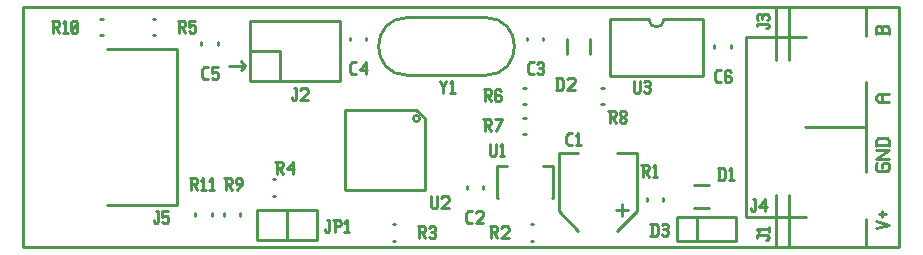
<source format=gbr>
G04 start of page 7 for group -4079 idx -4079 *
G04 Title: (unknown), topsilk *
G04 Creator: pcb 20110918 *
G04 CreationDate: Sat 02 Feb 2013 06:53:47 PM GMT UTC *
G04 For: petersen *
G04 Format: Gerber/RS-274X *
G04 PCB-Dimensions: 293000 81000 *
G04 PCB-Coordinate-Origin: lower left *
%MOIN*%
%FSLAX25Y25*%
%LNTOPSILK*%
%ADD82C,0.0100*%
G54D82*X500Y80500D02*X292500D01*
Y500D01*
X500D01*
Y80500D01*
X74500Y61000D02*X69000D01*
X74500D02*X73000Y62500D01*
X74500Y61000D02*X73000Y59500D01*
X284600Y7000D02*X289000Y8100D01*
X284600Y9200D01*
X286800Y12720D02*Y10520D01*
X285700Y11620D02*X287900D01*
X289000Y73700D02*Y71500D01*
Y73700D02*X288450Y74250D01*
X287130D02*X288450D01*
X286580Y73700D02*X287130Y74250D01*
X286580Y73700D02*Y72050D01*
X284600D02*X289000D01*
X284600Y73700D02*Y71500D01*
Y73700D02*X285150Y74250D01*
X286030D01*
X286580Y73700D02*X286030Y74250D01*
X285700Y49000D02*X289000D01*
X285700D02*X284600Y49770D01*
Y50980D02*Y49770D01*
Y50980D02*X285700Y51750D01*
X289000D01*
X286800D02*Y49000D01*
X284600Y28200D02*X285150Y28750D01*
X284600Y28200D02*Y26550D01*
X285150Y26000D02*X284600Y26550D01*
X285150Y26000D02*X288450D01*
X289000Y26550D01*
Y28200D02*Y26550D01*
Y28200D02*X288450Y28750D01*
X287350D02*X288450D01*
X286800Y28200D02*X287350Y28750D01*
X286800Y28200D02*Y27100D01*
X284600Y30070D02*X289000D01*
X284600D02*X289000Y32820D01*
X284600D02*X289000D01*
X284600Y34690D02*X289000D01*
X284600Y36120D02*X285370Y36890D01*
X288230D01*
X289000Y36120D02*X288230Y36890D01*
X289000Y36120D02*Y34140D01*
X284600Y36120D02*Y34140D01*
X51800Y66500D02*Y14500D01*
X28500Y66500D02*X51800D01*
X28500Y14500D02*X51800D01*
X43607Y71245D02*X44393D01*
X43607Y76755D02*X44393D01*
X26107D02*X26893D01*
X26107Y71245D02*X26893D01*
X109245Y70393D02*Y69607D01*
X114755Y70393D02*Y69607D01*
X72755Y11893D02*Y11107D01*
X67245Y11893D02*Y11107D01*
X63255Y11893D02*Y11107D01*
X57745Y11893D02*Y11107D01*
X65255Y68893D02*Y68107D01*
X59745Y68893D02*Y68107D01*
X76000Y56000D02*X106000D01*
Y76000D02*Y56000D01*
X76000Y76000D02*X106000D01*
X76000D02*Y56000D01*
X86000Y66000D02*Y56000D01*
X76000Y66000D02*X86000D01*
X78500Y13000D02*X98500D01*
X78500D02*Y3000D01*
X98500D01*
Y13000D02*Y3000D01*
X88500Y13000D02*Y3000D01*
X98500D01*
X83607Y23255D02*X84393D01*
X83607Y17745D02*X84393D01*
X167107Y53755D02*X167893D01*
X167107Y48245D02*X167893D01*
X168245Y70393D02*Y69607D01*
X173755Y70393D02*Y69607D01*
X128508Y77146D02*X154492D01*
X128508Y57854D02*X154492D01*
G75*G03X154492Y77146I0J9646D01*G01*
X128508D02*G75*G03X128508Y57854I0J-9646D01*G01*
X167107Y43755D02*X167893D01*
X167107Y38245D02*X167893D01*
X169607Y8255D02*X170393D01*
X169607Y2745D02*X170393D01*
X198496Y31992D02*X204992D01*
X179008D02*X185504D01*
X179008D02*Y12504D01*
X204992Y31992D02*Y12504D01*
X179008D02*X185504Y6008D01*
X204992Y12504D02*X198496Y6008D01*
X198000Y13000D02*X202000D01*
X200000Y15000D02*Y11000D01*
X158344Y27587D02*Y16957D01*
X176844Y27587D02*Y16957D01*
X158344Y27587D02*X161594D01*
X176844D02*X173594D01*
X158344Y16957D02*X158523D01*
X176665D02*X176844D01*
X148245Y20893D02*Y20107D01*
X153755Y20893D02*Y20107D01*
X123607Y8255D02*X124393D01*
X123607Y2745D02*X124393D01*
X134379Y43479D02*Y19621D01*
X107621D02*X134379D01*
X107621Y46379D02*Y19621D01*
Y46379D02*X131479D01*
X134379Y43479D01*
X131479Y44479D02*G75*G03X131479Y44479I0J-1000D01*G01*
X236255Y67893D02*Y67107D01*
X230745Y67893D02*Y67107D01*
X196000Y76500D02*Y57500D01*
X227000D01*
Y76500D01*
X196000D02*X209000D01*
X227000D02*X214000D01*
X209000D02*G75*G03X214000Y76500I2500J0D01*G01*
X189240Y69862D02*Y65138D01*
X181760Y69862D02*Y65138D01*
X193107Y53755D02*X193893D01*
X193107Y48245D02*X193893D01*
X218200Y2500D02*X237900D01*
X218200Y10500D02*X237900D01*
X218200D02*Y2500D01*
X237900Y10500D02*Y2500D01*
X225000Y10500D02*Y2500D01*
X224138Y13760D02*X228862D01*
X224138Y21240D02*X228862D01*
X208245Y16893D02*Y16107D01*
X213755Y16893D02*Y16107D01*
X281300Y55500D02*Y40500D01*
Y80500D02*Y71000D01*
X251300Y80500D02*Y63000D01*
X255700Y80500D02*Y63000D01*
X251300Y80500D02*X281300D01*
X261000Y40500D02*X281300D01*
X241200Y70500D02*X261500D01*
X241200Y10500D02*X261500D01*
X241200Y70500D02*Y10500D01*
X281300Y25500D02*Y40500D01*
Y10000D02*Y500D01*
X251300Y18000D02*Y500D01*
X255700Y18000D02*Y500D01*
X251300D02*X281300D01*
X261000Y40500D02*X281300D01*
X44700Y12500D02*X45500D01*
Y9000D01*
X45000Y8500D02*X45500Y9000D01*
X44500Y8500D02*X45000D01*
X44000Y9000D02*X44500Y8500D01*
X44000Y9500D02*Y9000D01*
X46700Y12500D02*X48700D01*
X46700D02*Y10500D01*
X47200Y11000D01*
X48200D01*
X48700Y10500D01*
Y9000D01*
X48200Y8500D02*X48700Y9000D01*
X47200Y8500D02*X48200D01*
X46700Y9000D02*X47200Y8500D01*
X67500Y23500D02*X69500D01*
X70000Y23000D01*
Y22000D01*
X69500Y21500D02*X70000Y22000D01*
X68000Y21500D02*X69500D01*
X68000Y23500D02*Y19500D01*
X68800Y21500D02*X70000Y19500D01*
X71700D02*X73200Y21500D01*
Y23000D02*Y21500D01*
X72700Y23500D02*X73200Y23000D01*
X71700Y23500D02*X72700D01*
X71200Y23000D02*X71700Y23500D01*
X71200Y23000D02*Y22000D01*
X71700Y21500D01*
X73200D01*
X56000Y23500D02*X58000D01*
X58500Y23000D01*
Y22000D01*
X58000Y21500D02*X58500Y22000D01*
X56500Y21500D02*X58000D01*
X56500Y23500D02*Y19500D01*
X57300Y21500D02*X58500Y19500D01*
X59700Y22700D02*X60500Y23500D01*
Y19500D01*
X59700D02*X61200D01*
X62400Y22700D02*X63200Y23500D01*
Y19500D01*
X62400D02*X63900D01*
X110050Y58150D02*X111350D01*
X109350Y58850D02*X110050Y58150D01*
X109350Y61450D02*Y58850D01*
Y61450D02*X110050Y62150D01*
X111350D01*
X112550Y59650D02*X114550Y62150D01*
X112550Y59650D02*X115050D01*
X114550Y62150D02*Y58150D01*
X52000Y76000D02*X54000D01*
X54500Y75500D01*
Y74500D01*
X54000Y74000D02*X54500Y74500D01*
X52500Y74000D02*X54000D01*
X52500Y76000D02*Y72000D01*
X53300Y74000D02*X54500Y72000D01*
X55700Y76000D02*X57700D01*
X55700D02*Y74000D01*
X56200Y74500D01*
X57200D01*
X57700Y74000D01*
Y72500D01*
X57200Y72000D02*X57700Y72500D01*
X56200Y72000D02*X57200D01*
X55700Y72500D02*X56200Y72000D01*
X10000Y76000D02*X12000D01*
X12500Y75500D01*
Y74500D01*
X12000Y74000D02*X12500Y74500D01*
X10500Y74000D02*X12000D01*
X10500Y76000D02*Y72000D01*
X11300Y74000D02*X12500Y72000D01*
X13700Y75200D02*X14500Y76000D01*
Y72000D01*
X13700D02*X15200D01*
X16400Y72500D02*X16900Y72000D01*
X16400Y75500D02*Y72500D01*
Y75500D02*X16900Y76000D01*
X17900D01*
X18400Y75500D01*
Y72500D01*
X17900Y72000D02*X18400Y72500D01*
X16900Y72000D02*X17900D01*
X16400Y73000D02*X18400Y75000D01*
X60700Y56500D02*X62000D01*
X60000Y57200D02*X60700Y56500D01*
X60000Y59800D02*Y57200D01*
Y59800D02*X60700Y60500D01*
X62000D01*
X63200D02*X65200D01*
X63200D02*Y58500D01*
X63700Y59000D01*
X64700D01*
X65200Y58500D01*
Y57000D01*
X64700Y56500D02*X65200Y57000D01*
X63700Y56500D02*X64700D01*
X63200Y57000D02*X63700Y56500D01*
X90700Y53500D02*X91500D01*
Y50000D01*
X91000Y49500D02*X91500Y50000D01*
X90500Y49500D02*X91000D01*
X90000Y50000D02*X90500Y49500D01*
X90000Y50500D02*Y50000D01*
X92700Y53000D02*X93200Y53500D01*
X94700D01*
X95200Y53000D01*
Y52000D01*
X92700Y49500D02*X95200Y52000D01*
X92700Y49500D02*X95200D01*
X101700Y9500D02*X102500D01*
Y6000D01*
X102000Y5500D02*X102500Y6000D01*
X101500Y5500D02*X102000D01*
X101000Y6000D02*X101500Y5500D01*
X101000Y6500D02*Y6000D01*
X104200Y9500D02*Y5500D01*
X103700Y9500D02*X105700D01*
X106200Y9000D01*
Y8000D01*
X105700Y7500D02*X106200Y8000D01*
X104200Y7500D02*X105700D01*
X107400Y8700D02*X108200Y9500D01*
Y5500D01*
X107400D02*X108900D01*
X84500Y29000D02*X86500D01*
X87000Y28500D01*
Y27500D01*
X86500Y27000D02*X87000Y27500D01*
X85000Y27000D02*X86500D01*
X85000Y29000D02*Y25000D01*
X85800Y27000D02*X87000Y25000D01*
X88200Y26500D02*X90200Y29000D01*
X88200Y26500D02*X90700D01*
X90200Y29000D02*Y25000D01*
X153850Y53150D02*X155850D01*
X156350Y52650D01*
Y51650D01*
X155850Y51150D02*X156350Y51650D01*
X154350Y51150D02*X155850D01*
X154350Y53150D02*Y49150D01*
X155150Y51150D02*X156350Y49150D01*
X159050Y53150D02*X159550Y52650D01*
X158050Y53150D02*X159050D01*
X157550Y52650D02*X158050Y53150D01*
X157550Y52650D02*Y49650D01*
X158050Y49150D01*
X159050Y51350D02*X159550Y50850D01*
X157550Y51350D02*X159050D01*
X158050Y49150D02*X159050D01*
X159550Y49650D01*
Y50850D02*Y49650D01*
X169222Y58150D02*X170522D01*
X168522Y58850D02*X169222Y58150D01*
X168522Y61450D02*Y58850D01*
Y61450D02*X169222Y62150D01*
X170522D01*
X171722Y61650D02*X172222Y62150D01*
X173222D01*
X173722Y61650D01*
X173222Y58150D02*X173722Y58650D01*
X172222Y58150D02*X173222D01*
X171722Y58650D02*X172222Y58150D01*
Y60350D02*X173222D01*
X173722Y61650D02*Y60850D01*
Y59850D02*Y58650D01*
Y59850D02*X173222Y60350D01*
X173722Y60850D02*X173222Y60350D01*
X204000Y56000D02*Y52500D01*
X204500Y52000D01*
X205500D01*
X206000Y52500D01*
Y56000D02*Y52500D01*
X207200Y55500D02*X207700Y56000D01*
X208700D01*
X209200Y55500D01*
X208700Y52000D02*X209200Y52500D01*
X207700Y52000D02*X208700D01*
X207200Y52500D02*X207700Y52000D01*
Y54200D02*X208700D01*
X209200Y55500D02*Y54700D01*
Y53700D02*Y52500D01*
Y53700D02*X208700Y54200D01*
X209200Y54700D02*X208700Y54200D01*
X178500Y57000D02*Y53000D01*
X179800Y57000D02*X180500Y56300D01*
Y53700D01*
X179800Y53000D02*X180500Y53700D01*
X178000Y53000D02*X179800D01*
X178000Y57000D02*X179800D01*
X181700Y56500D02*X182200Y57000D01*
X183700D01*
X184200Y56500D01*
Y55500D01*
X181700Y53000D02*X184200Y55500D01*
X181700Y53000D02*X184200D01*
X195500Y46000D02*X197500D01*
X198000Y45500D01*
Y44500D01*
X197500Y44000D02*X198000Y44500D01*
X196000Y44000D02*X197500D01*
X196000Y46000D02*Y42000D01*
X196800Y44000D02*X198000Y42000D01*
X199200Y42500D02*X199700Y42000D01*
X199200Y43300D02*Y42500D01*
Y43300D02*X199900Y44000D01*
X200500D01*
X201200Y43300D01*
Y42500D01*
X200700Y42000D02*X201200Y42500D01*
X199700Y42000D02*X200700D01*
X199200Y44700D02*X199900Y44000D01*
X199200Y45500D02*Y44700D01*
Y45500D02*X199700Y46000D01*
X200700D01*
X201200Y45500D01*
Y44700D01*
X200500Y44000D02*X201200Y44700D01*
X139500Y56000D02*X140500Y54000D01*
X141500Y56000D01*
X140500Y54000D02*Y52000D01*
X142700Y55200D02*X143500Y56000D01*
Y52000D01*
X142700D02*X144200D01*
X153807Y43150D02*X155807D01*
X156307Y42650D01*
Y41650D01*
X155807Y41150D02*X156307Y41650D01*
X154307Y41150D02*X155807D01*
X154307Y43150D02*Y39150D01*
X155107Y41150D02*X156307Y39150D01*
X158007D02*X160007Y43150D01*
X157507D02*X160007D01*
X182200Y34500D02*X183500D01*
X181500Y35200D02*X182200Y34500D01*
X181500Y37800D02*Y35200D01*
Y37800D02*X182200Y38500D01*
X183500D01*
X184700Y37700D02*X185500Y38500D01*
Y34500D01*
X184700D02*X186200D01*
X156000Y35000D02*Y31500D01*
X156500Y31000D01*
X157500D01*
X158000Y31500D01*
Y35000D02*Y31500D01*
X159200Y34200D02*X160000Y35000D01*
Y31000D01*
X159200D02*X160700D01*
X148700Y8500D02*X150000D01*
X148000Y9200D02*X148700Y8500D01*
X148000Y11800D02*Y9200D01*
Y11800D02*X148700Y12500D01*
X150000D01*
X151200Y12000D02*X151700Y12500D01*
X153200D01*
X153700Y12000D01*
Y11000D01*
X151200Y8500D02*X153700Y11000D01*
X151200Y8500D02*X153700D01*
X156000Y7500D02*X158000D01*
X158500Y7000D01*
Y6000D01*
X158000Y5500D02*X158500Y6000D01*
X156500Y5500D02*X158000D01*
X156500Y7500D02*Y3500D01*
X157300Y5500D02*X158500Y3500D01*
X159700Y7000D02*X160200Y7500D01*
X161700D01*
X162200Y7000D01*
Y6000D01*
X159700Y3500D02*X162200Y6000D01*
X159700Y3500D02*X162200D01*
X132000Y7500D02*X134000D01*
X134500Y7000D01*
Y6000D01*
X134000Y5500D02*X134500Y6000D01*
X132500Y5500D02*X134000D01*
X132500Y7500D02*Y3500D01*
X133300Y5500D02*X134500Y3500D01*
X135700Y7000D02*X136200Y7500D01*
X137200D01*
X137700Y7000D01*
X137200Y3500D02*X137700Y4000D01*
X136200Y3500D02*X137200D01*
X135700Y4000D02*X136200Y3500D01*
Y5700D02*X137200D01*
X137700Y7000D02*Y6200D01*
Y5200D02*Y4000D01*
Y5200D02*X137200Y5700D01*
X137700Y6200D02*X137200Y5700D01*
X136500Y17500D02*Y14000D01*
X137000Y13500D01*
X138000D01*
X138500Y14000D01*
Y17500D02*Y14000D01*
X139700Y17000D02*X140200Y17500D01*
X141700D01*
X142200Y17000D01*
Y16000D01*
X139700Y13500D02*X142200Y16000D01*
X139700Y13500D02*X142200D01*
X231700Y55500D02*X233000D01*
X231000Y56200D02*X231700Y55500D01*
X231000Y58800D02*Y56200D01*
Y58800D02*X231700Y59500D01*
X233000D01*
X235700D02*X236200Y59000D01*
X234700Y59500D02*X235700D01*
X234200Y59000D02*X234700Y59500D01*
X234200Y59000D02*Y56000D01*
X234700Y55500D01*
X235700Y57700D02*X236200Y57200D01*
X234200Y57700D02*X235700D01*
X234700Y55500D02*X235700D01*
X236200Y56000D01*
Y57200D02*Y56000D01*
X245000Y75000D02*Y74200D01*
Y75000D02*X248500D01*
X249000Y74500D02*X248500Y75000D01*
X249000Y74500D02*Y74000D01*
X248500Y73500D02*X249000Y74000D01*
X248000Y73500D02*X248500D01*
X245500Y76200D02*X245000Y76700D01*
Y77700D02*Y76700D01*
Y77700D02*X245500Y78200D01*
X249000Y77700D02*X248500Y78200D01*
X249000Y77700D02*Y76700D01*
X248500Y76200D02*X249000Y76700D01*
X246800Y77700D02*Y76700D01*
X245500Y78200D02*X246300D01*
X247300D02*X248500D01*
X247300D02*X246800Y77700D01*
X246300Y78200D02*X246800Y77700D01*
X232500Y27000D02*Y23000D01*
X233800Y27000D02*X234500Y26300D01*
Y23700D01*
X233800Y23000D02*X234500Y23700D01*
X232000Y23000D02*X233800D01*
X232000Y27000D02*X233800D01*
X235700Y26200D02*X236500Y27000D01*
Y23000D01*
X235700D02*X237200D01*
X243700Y16500D02*X244500D01*
Y13000D01*
X244000Y12500D02*X244500Y13000D01*
X243500Y12500D02*X244000D01*
X243000Y13000D02*X243500Y12500D01*
X243000Y13500D02*Y13000D01*
X245700Y14000D02*X247700Y16500D01*
X245700Y14000D02*X248200D01*
X247700Y16500D02*Y12500D01*
X245000Y4500D02*Y3700D01*
Y4500D02*X248500D01*
X249000Y4000D02*X248500Y4500D01*
X249000Y4000D02*Y3500D01*
X248500Y3000D02*X249000Y3500D01*
X248000Y3000D02*X248500D01*
X245800Y5700D02*X245000Y6500D01*
X249000D01*
Y7200D02*Y5700D01*
X210000Y8315D02*Y4315D01*
X211300Y8315D02*X212000Y7615D01*
Y5015D01*
X211300Y4315D02*X212000Y5015D01*
X209500Y4315D02*X211300D01*
X209500Y8315D02*X211300D01*
X213200Y7815D02*X213700Y8315D01*
X214700D01*
X215200Y7815D01*
X214700Y4315D02*X215200Y4815D01*
X213700Y4315D02*X214700D01*
X213200Y4815D02*X213700Y4315D01*
Y6515D02*X214700D01*
X215200Y7815D02*Y7015D01*
Y6015D02*Y4815D01*
Y6015D02*X214700Y6515D01*
X215200Y7015D02*X214700Y6515D01*
X206500Y28000D02*X208500D01*
X209000Y27500D01*
Y26500D01*
X208500Y26000D02*X209000Y26500D01*
X207000Y26000D02*X208500D01*
X207000Y28000D02*Y24000D01*
X207800Y26000D02*X209000Y24000D01*
X210200Y27200D02*X211000Y28000D01*
Y24000D01*
X210200D02*X211700D01*
M02*

</source>
